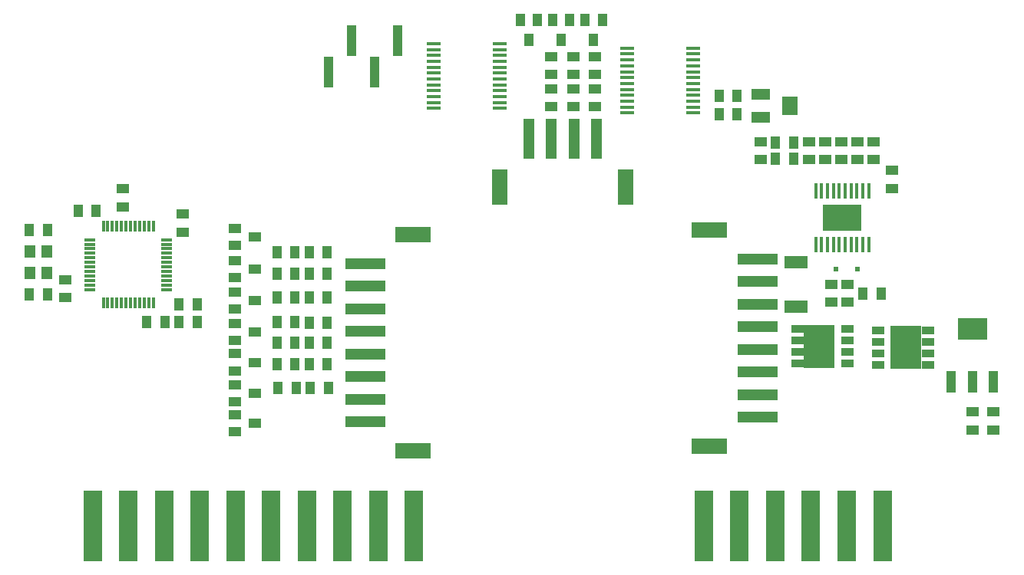
<source format=gtp>
G04*
G04 #@! TF.GenerationSoftware,Altium Limited,Altium Designer,18.1.7 (191)*
G04*
G04 Layer_Color=8421504*
%FSLAX44Y44*%
%MOMM*%
G71*
G01*
G75*
%ADD14R,1.3000X4.5000*%
%ADD15R,1.8000X3.9000*%
%ADD16R,1.0200X3.5000*%
%ADD17R,1.0000X2.4000*%
%ADD18R,3.3000X2.4000*%
%ADD19R,1.4000X1.1000*%
%ADD20R,1.0000X1.4000*%
%ADD21R,0.4200X1.7800*%
%ADD22R,4.2000X3.0000*%
%ADD23R,1.5000X0.4000*%
%ADD24R,1.2000X0.3000*%
%ADD25R,0.3000X1.2000*%
%ADD26R,1.1000X1.4000*%
%ADD27R,1.2000X1.4000*%
%ADD28R,4.5000X1.3000*%
%ADD29R,3.9000X1.8000*%
%ADD30R,1.4000X1.0000*%
%ADD31R,3.3500X4.7000*%
%ADD32R,1.4500X0.8500*%
%ADD33R,0.5000X0.6000*%
%ADD34R,2.5000X1.4000*%
%ADD35R,1.8034X2.0066*%
%ADD36R,2.1590X1.2700*%
%ADD37R,2.0000X7.8740*%
D14*
X1023220Y720440D02*
D03*
X998220D02*
D03*
X973220D02*
D03*
X948220D02*
D03*
D15*
X1055220Y667440D02*
D03*
X916220D02*
D03*
D16*
X727710Y794030D02*
D03*
X753110Y829030D02*
D03*
X778510Y794030D02*
D03*
X803910Y829030D02*
D03*
D17*
X1414640Y452330D02*
D03*
X1437640D02*
D03*
X1460640D02*
D03*
D18*
X1437640Y510330D02*
D03*
D19*
Y398940D02*
D03*
Y418940D02*
D03*
X1460640Y398940D02*
D03*
Y418940D02*
D03*
X1348740Y685640D02*
D03*
Y665640D02*
D03*
X436880Y564990D02*
D03*
Y544990D02*
D03*
X1292860Y697390D02*
D03*
Y717390D02*
D03*
X1310640D02*
D03*
Y697390D02*
D03*
X1328420Y717390D02*
D03*
Y697390D02*
D03*
X1257300D02*
D03*
Y717390D02*
D03*
X1275080Y697390D02*
D03*
Y717390D02*
D03*
X1299920Y559910D02*
D03*
Y539910D02*
D03*
X1282140Y559910D02*
D03*
Y539910D02*
D03*
X1203960Y697390D02*
D03*
Y717390D02*
D03*
X500380Y645320D02*
D03*
Y665320D02*
D03*
X566940Y617372D02*
D03*
Y637372D02*
D03*
X972820Y811559D02*
D03*
Y791559D02*
D03*
Y755804D02*
D03*
Y775804D02*
D03*
X997372Y811559D02*
D03*
Y791559D02*
D03*
Y755804D02*
D03*
Y775804D02*
D03*
X1021322Y811559D02*
D03*
Y791559D02*
D03*
X1021322Y755804D02*
D03*
Y775804D02*
D03*
D20*
X1020052Y829740D02*
D03*
X1010552Y851740D02*
D03*
X1029552D02*
D03*
X984250Y829740D02*
D03*
X974750Y851740D02*
D03*
X993750D02*
D03*
X948690Y829740D02*
D03*
X939190Y851740D02*
D03*
X958190D02*
D03*
D21*
X1323381Y604030D02*
D03*
X1316881D02*
D03*
X1310381D02*
D03*
X1303881D02*
D03*
X1297381D02*
D03*
X1290881D02*
D03*
X1284380D02*
D03*
X1277880D02*
D03*
X1271380D02*
D03*
X1264880Y663430D02*
D03*
Y604030D02*
D03*
X1271380Y663430D02*
D03*
X1277880D02*
D03*
X1284380D02*
D03*
X1290880D02*
D03*
X1297380D02*
D03*
X1303880D02*
D03*
X1310380D02*
D03*
X1316880D02*
D03*
X1323380D02*
D03*
D22*
X1294130Y633730D02*
D03*
D23*
X916360Y754190D02*
D03*
Y760690D02*
D03*
Y825690D02*
D03*
Y819190D02*
D03*
Y812690D02*
D03*
Y806190D02*
D03*
Y799690D02*
D03*
Y793190D02*
D03*
Y786690D02*
D03*
Y780190D02*
D03*
Y773690D02*
D03*
Y767190D02*
D03*
X843860Y754190D02*
D03*
Y760690D02*
D03*
Y767190D02*
D03*
Y773690D02*
D03*
Y780190D02*
D03*
Y786690D02*
D03*
Y793190D02*
D03*
Y799690D02*
D03*
Y806190D02*
D03*
Y812690D02*
D03*
Y819190D02*
D03*
Y825690D02*
D03*
X1129720Y749207D02*
D03*
Y755707D02*
D03*
Y820707D02*
D03*
Y814207D02*
D03*
Y807707D02*
D03*
Y801207D02*
D03*
Y794707D02*
D03*
Y788207D02*
D03*
Y781707D02*
D03*
Y775207D02*
D03*
Y768707D02*
D03*
Y762207D02*
D03*
X1057220Y749207D02*
D03*
Y755707D02*
D03*
Y762207D02*
D03*
Y768707D02*
D03*
Y775207D02*
D03*
Y781707D02*
D03*
Y788207D02*
D03*
Y794707D02*
D03*
Y801207D02*
D03*
Y807707D02*
D03*
Y814207D02*
D03*
Y820707D02*
D03*
D24*
X464230Y609160D02*
D03*
Y604160D02*
D03*
Y599160D02*
D03*
Y594160D02*
D03*
Y589160D02*
D03*
Y584160D02*
D03*
Y579160D02*
D03*
Y574160D02*
D03*
Y569160D02*
D03*
Y564160D02*
D03*
Y559160D02*
D03*
Y554160D02*
D03*
X549230D02*
D03*
Y559160D02*
D03*
Y564160D02*
D03*
Y569160D02*
D03*
Y574160D02*
D03*
Y579160D02*
D03*
Y584160D02*
D03*
Y589160D02*
D03*
Y594160D02*
D03*
Y599160D02*
D03*
Y604160D02*
D03*
Y609160D02*
D03*
D25*
X479230Y539160D02*
D03*
X484230D02*
D03*
X489230D02*
D03*
X494230D02*
D03*
X499230D02*
D03*
X504230D02*
D03*
X509230D02*
D03*
X514230D02*
D03*
X519230D02*
D03*
X524230D02*
D03*
X529230D02*
D03*
X534230D02*
D03*
Y624160D02*
D03*
X529230D02*
D03*
X524230D02*
D03*
X519230D02*
D03*
X514230D02*
D03*
X509230D02*
D03*
X504230D02*
D03*
X499230D02*
D03*
X494230D02*
D03*
X489230D02*
D03*
X484230D02*
D03*
X479230D02*
D03*
D26*
X397670Y548640D02*
D03*
X417670D02*
D03*
X397670Y619760D02*
D03*
X417670D02*
D03*
X1317150Y549910D02*
D03*
X1337150D02*
D03*
X1158400Y768350D02*
D03*
X1178400D02*
D03*
Y748030D02*
D03*
X1158400D02*
D03*
X1220630Y716440D02*
D03*
X1240630D02*
D03*
X1220630Y698660D02*
D03*
X1240630D02*
D03*
X451442Y641350D02*
D03*
X471442D02*
D03*
X562770Y518420D02*
D03*
X582770D02*
D03*
X562570Y537920D02*
D03*
X582570D02*
D03*
X671990Y445770D02*
D03*
X691990D02*
D03*
X670720Y571879D02*
D03*
X690720D02*
D03*
X727550Y445770D02*
D03*
X707550D02*
D03*
X527388Y518420D02*
D03*
X547388D02*
D03*
X670720Y471290D02*
D03*
X690720D02*
D03*
X726280Y571879D02*
D03*
X706280D02*
D03*
X670720Y595499D02*
D03*
X690720D02*
D03*
X726280Y471290D02*
D03*
X706280D02*
D03*
X670720Y495300D02*
D03*
X690720D02*
D03*
X726280Y595499D02*
D03*
X706280D02*
D03*
X726280Y495300D02*
D03*
X706280D02*
D03*
X670720Y518119D02*
D03*
X690720D02*
D03*
X726280Y517620D02*
D03*
X706280D02*
D03*
X670720Y545069D02*
D03*
X690720D02*
D03*
X726280D02*
D03*
X706280D02*
D03*
D27*
X398170Y596200D02*
D03*
Y572200D02*
D03*
X417170D02*
D03*
Y596200D02*
D03*
D28*
X768202Y482800D02*
D03*
Y457800D02*
D03*
Y432800D02*
D03*
Y407800D02*
D03*
Y507800D02*
D03*
Y532800D02*
D03*
Y557800D02*
D03*
Y582800D02*
D03*
X1200790Y513000D02*
D03*
Y538000D02*
D03*
Y563000D02*
D03*
Y588000D02*
D03*
Y488000D02*
D03*
Y463000D02*
D03*
Y438000D02*
D03*
Y413000D02*
D03*
D29*
X821202Y614800D02*
D03*
Y375800D02*
D03*
X1147790Y381000D02*
D03*
Y620000D02*
D03*
D30*
X646010Y541968D02*
D03*
X624010Y532468D02*
D03*
Y551468D02*
D03*
X646498Y507213D02*
D03*
X624498Y497713D02*
D03*
Y516713D02*
D03*
X646200Y473710D02*
D03*
X624200Y464210D02*
D03*
Y483210D02*
D03*
X646200Y439420D02*
D03*
X624200Y429920D02*
D03*
Y448920D02*
D03*
X646200Y406280D02*
D03*
X624200Y396780D02*
D03*
Y415780D02*
D03*
X646200Y612260D02*
D03*
X624200Y602760D02*
D03*
Y621760D02*
D03*
X646200Y576580D02*
D03*
X624200Y567080D02*
D03*
Y586080D02*
D03*
D31*
X1364500Y490220D02*
D03*
X1269040Y491490D02*
D03*
D32*
X1388500Y509270D02*
D03*
Y496570D02*
D03*
Y483870D02*
D03*
Y471170D02*
D03*
X1333500D02*
D03*
Y483870D02*
D03*
Y496570D02*
D03*
Y509270D02*
D03*
X1245040Y472440D02*
D03*
Y485140D02*
D03*
Y497840D02*
D03*
Y510540D02*
D03*
X1300040D02*
D03*
Y497840D02*
D03*
Y485140D02*
D03*
Y472440D02*
D03*
D33*
X1310640Y576700D02*
D03*
X1287640D02*
D03*
D34*
X1243330Y584570D02*
D03*
Y535570D02*
D03*
D35*
X1236128Y756920D02*
D03*
D36*
X1204632Y744220D02*
D03*
Y769620D02*
D03*
D37*
X467360Y293370D02*
D03*
X506760D02*
D03*
X546160D02*
D03*
X585560D02*
D03*
X624960D02*
D03*
X664360D02*
D03*
X703760D02*
D03*
X743160D02*
D03*
X782560D02*
D03*
X821960D02*
D03*
X1141580D02*
D03*
X1180980D02*
D03*
X1220380D02*
D03*
X1259780D02*
D03*
X1299180D02*
D03*
X1338580D02*
D03*
M02*

</source>
